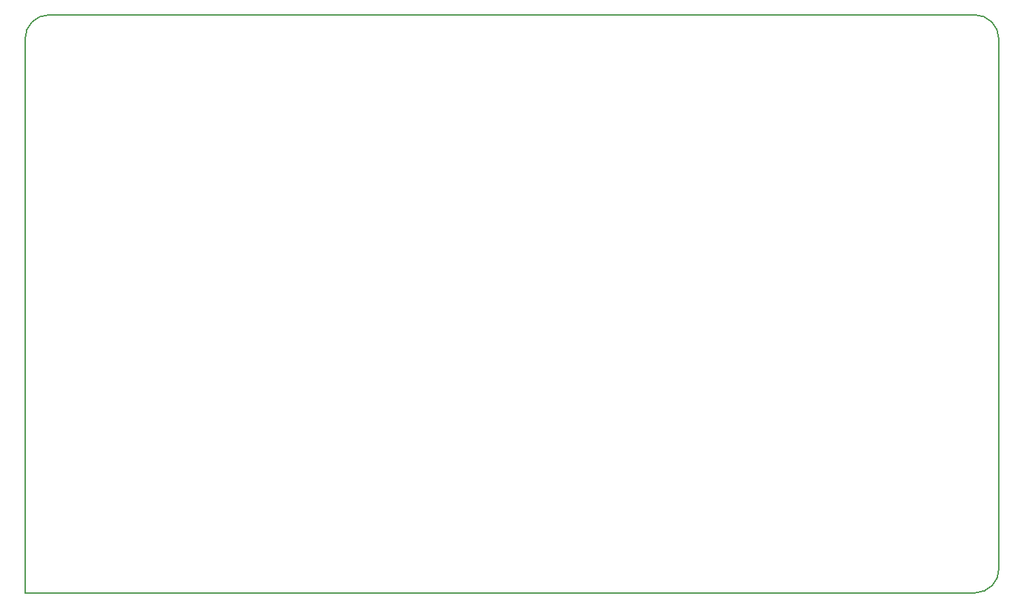
<source format=gbr>
%TF.GenerationSoftware,KiCad,Pcbnew,(5.1.10-1-10_14)*%
%TF.CreationDate,2023-03-13T17:25:24-07:00*%
%TF.ProjectId,facs-pcb-v2,66616373-2d70-4636-922d-76322e6b6963,rev?*%
%TF.SameCoordinates,Original*%
%TF.FileFunction,Profile,NP*%
%FSLAX46Y46*%
G04 Gerber Fmt 4.6, Leading zero omitted, Abs format (unit mm)*
G04 Created by KiCad (PCBNEW (5.1.10-1-10_14)) date 2023-03-13 17:25:24*
%MOMM*%
%LPD*%
G01*
G04 APERTURE LIST*
%TA.AperFunction,Profile*%
%ADD10C,0.150000*%
%TD*%
G04 APERTURE END LIST*
D10*
X224562400Y-124329502D02*
G75*
G02*
X221592400Y-127359500I-2999999J-29999D01*
G01*
X224562400Y-124329502D02*
X224543398Y-58291200D01*
X221513400Y-55321200D02*
G75*
G02*
X224543398Y-58291200I29999J-2999999D01*
G01*
X103370000Y-58349998D02*
G75*
G02*
X106340000Y-55320000I2999999J29999D01*
G01*
X221592400Y-127359500D02*
X103365300Y-127368300D01*
X106340000Y-55320000D02*
X221513400Y-55321200D01*
X103365300Y-127368300D02*
X103370000Y-58349998D01*
M02*

</source>
